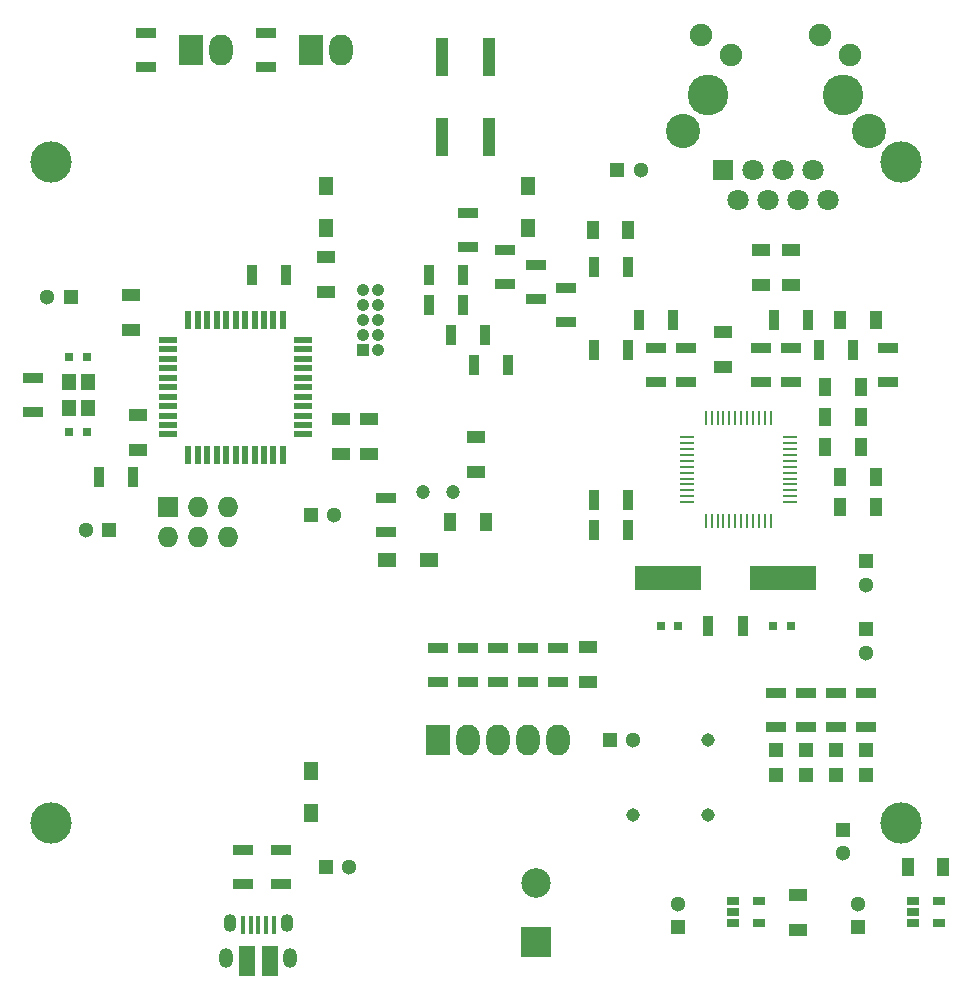
<source format=gbr>
G04 #@! TF.FileFunction,Soldermask,Bot*
%FSLAX46Y46*%
G04 Gerber Fmt 4.6, Leading zero omitted, Abs format (unit mm)*
G04 Created by KiCad (PCBNEW 4.0.4+dfsg1-stable) date Sun Aug 20 17:41:52 2017*
%MOMM*%
%LPD*%
G01*
G04 APERTURE LIST*
%ADD10C,0.100000*%
%ADD11R,5.600700X2.100580*%
%ADD12R,1.600000X1.000000*%
%ADD13R,1.700000X0.900000*%
%ADD14C,1.800000*%
%ADD15R,1.800000X1.800000*%
%ADD16C,2.900000*%
%ADD17C,1.900000*%
%ADD18C,3.450000*%
%ADD19R,1.300000X1.300000*%
%ADD20C,1.300000*%
%ADD21R,0.900000X1.700000*%
%ADD22R,0.800000X0.750000*%
%ADD23R,1.000000X1.600000*%
%ADD24R,2.000000X2.600000*%
%ADD25O,2.000000X2.600000*%
%ADD26R,1.198880X1.600200*%
%ADD27R,1.600200X1.198880*%
%ADD28R,0.400000X1.650000*%
%ADD29O,1.100000X1.500000*%
%ADD30O,1.200000X1.700000*%
%ADD31R,1.425000X2.500000*%
%ADD32R,1.727200X1.727200*%
%ADD33O,1.727200X1.727200*%
%ADD34R,1.050000X1.050000*%
%ADD35C,1.050000*%
%ADD36C,1.200000*%
%ADD37R,2.500000X2.500000*%
%ADD38C,2.500000*%
%ADD39R,0.550000X1.500000*%
%ADD40R,1.500000X0.550000*%
%ADD41R,0.250000X1.300000*%
%ADD42R,1.300000X0.250000*%
%ADD43R,1.060000X0.650000*%
%ADD44C,1.143000*%
%ADD45R,1.200000X1.400000*%
%ADD46R,1.198880X1.198880*%
%ADD47R,1.000000X3.200000*%
%ADD48C,3.500000*%
G04 APERTURE END LIST*
D10*
D11*
X173151140Y-108250000D03*
X182848860Y-108250000D03*
D12*
X145415000Y-94742000D03*
X145415000Y-97742000D03*
D13*
X161925000Y-81735000D03*
X161925000Y-84635000D03*
D14*
X186690000Y-76200000D03*
X185420000Y-73660000D03*
X184150000Y-76200000D03*
X182880000Y-73660000D03*
X181610000Y-76200000D03*
X180340000Y-73660000D03*
X179070000Y-76200000D03*
D15*
X177800000Y-73660000D03*
D16*
X174370000Y-70360000D03*
X190120000Y-70360000D03*
D17*
X188570000Y-63930000D03*
X175920000Y-62230000D03*
X178460000Y-63930000D03*
X186030000Y-62230000D03*
D18*
X187960000Y-67310000D03*
X176530000Y-67310000D03*
D19*
X144145000Y-132715000D03*
D20*
X146145000Y-132715000D03*
D21*
X124915000Y-99695000D03*
X127815000Y-99695000D03*
D22*
X122440000Y-89535000D03*
X123940000Y-89535000D03*
X123940000Y-95885000D03*
X122440000Y-95885000D03*
D19*
X142875000Y-102870000D03*
D20*
X144875000Y-102870000D03*
D19*
X125825000Y-104140000D03*
D20*
X123825000Y-104140000D03*
D12*
X128270000Y-97385000D03*
X128270000Y-94385000D03*
X144145000Y-81050000D03*
X144145000Y-84050000D03*
X127635000Y-87225000D03*
X127635000Y-84225000D03*
X147828000Y-94742000D03*
X147828000Y-97742000D03*
D19*
X122555000Y-84455000D03*
D20*
X120555000Y-84455000D03*
D12*
X166370000Y-117070000D03*
X166370000Y-114070000D03*
D19*
X168815000Y-73660000D03*
D20*
X170815000Y-73660000D03*
D12*
X177800000Y-90400000D03*
X177800000Y-87400000D03*
D23*
X186460000Y-92075000D03*
X189460000Y-92075000D03*
X186460000Y-94615000D03*
X189460000Y-94615000D03*
D19*
X189865000Y-112554000D03*
D20*
X189865000Y-114554000D03*
D23*
X186460000Y-97155000D03*
X189460000Y-97155000D03*
X187730000Y-99695000D03*
X190730000Y-99695000D03*
X190730000Y-102235000D03*
X187730000Y-102235000D03*
D19*
X189865000Y-106807000D03*
D20*
X189865000Y-108807000D03*
D22*
X183500000Y-112250000D03*
X182000000Y-112250000D03*
X172500000Y-112250000D03*
X174000000Y-112250000D03*
D23*
X169775000Y-78740000D03*
X166775000Y-78740000D03*
X187730000Y-86360000D03*
X190730000Y-86360000D03*
D12*
X183515000Y-80415000D03*
X183515000Y-83415000D03*
X180975000Y-80415000D03*
X180975000Y-83415000D03*
X156845000Y-99290000D03*
X156845000Y-96290000D03*
D23*
X157710000Y-103505000D03*
X154710000Y-103505000D03*
D19*
X168180000Y-121920000D03*
D20*
X170180000Y-121920000D03*
D19*
X173990000Y-137795000D03*
D20*
X173990000Y-135795000D03*
D12*
X184150000Y-135025000D03*
X184150000Y-138025000D03*
D19*
X189230000Y-137795000D03*
D20*
X189230000Y-135795000D03*
D23*
X193445000Y-132715000D03*
X196445000Y-132715000D03*
D19*
X187960000Y-129540000D03*
D20*
X187960000Y-131540000D03*
D24*
X132715000Y-63500000D03*
D25*
X135255000Y-63500000D03*
D24*
X142875000Y-63500000D03*
D25*
X145415000Y-63500000D03*
D26*
X144145000Y-75034140D03*
X144145000Y-78635860D03*
X142875000Y-128165860D03*
X142875000Y-124564140D03*
X161290000Y-75034140D03*
X161290000Y-78635860D03*
D27*
X149329140Y-106680000D03*
X152930860Y-106680000D03*
D28*
X139730000Y-137565000D03*
X139080000Y-137565000D03*
X138430900Y-137565000D03*
X137780000Y-137565000D03*
X137130000Y-137565000D03*
D29*
X140855000Y-137440000D03*
X136005000Y-137440000D03*
D30*
X141155000Y-140440000D03*
X135705000Y-140440000D03*
D31*
X139392500Y-140690000D03*
X137467500Y-140690000D03*
D32*
X130810000Y-102235000D03*
D33*
X130810000Y-104775000D03*
X133350000Y-102235000D03*
X133350000Y-104775000D03*
X135890000Y-102235000D03*
X135890000Y-104775000D03*
D34*
X147320000Y-88900000D03*
D35*
X147320000Y-87630000D03*
X147320000Y-86360000D03*
X147320000Y-85090000D03*
X147320000Y-83820000D03*
X148590000Y-87630000D03*
X148590000Y-86360000D03*
X148590000Y-85090000D03*
X148590000Y-83820000D03*
X148590000Y-88900000D03*
D36*
X152400000Y-100965000D03*
X154940000Y-100965000D03*
D24*
X153670000Y-121920000D03*
D25*
X156210000Y-121920000D03*
X158750000Y-121920000D03*
X161290000Y-121920000D03*
X163830000Y-121920000D03*
D37*
X161925000Y-139065000D03*
D38*
X161925000Y-134065000D03*
D13*
X137160000Y-131265000D03*
X137160000Y-134165000D03*
X140335000Y-131265000D03*
X140335000Y-134165000D03*
X119380000Y-91260000D03*
X119380000Y-94160000D03*
D21*
X137869000Y-82550000D03*
X140769000Y-82550000D03*
D13*
X128905000Y-62050000D03*
X128905000Y-64950000D03*
X139065000Y-62050000D03*
X139065000Y-64950000D03*
X163830000Y-117020000D03*
X163830000Y-114120000D03*
D21*
X166825000Y-101600000D03*
X169725000Y-101600000D03*
X166825000Y-104140000D03*
X169725000Y-104140000D03*
X179450000Y-112250000D03*
X176550000Y-112250000D03*
D13*
X191770000Y-88720000D03*
X191770000Y-91620000D03*
X159316000Y-80465000D03*
X159316000Y-83365000D03*
X174625000Y-88720000D03*
X174625000Y-91620000D03*
X183515000Y-88720000D03*
X183515000Y-91620000D03*
D21*
X156665000Y-90170000D03*
X159565000Y-90170000D03*
X154760000Y-87630000D03*
X157660000Y-87630000D03*
X152855000Y-85090000D03*
X155755000Y-85090000D03*
X152855000Y-82550000D03*
X155755000Y-82550000D03*
D13*
X156210000Y-77290000D03*
X156210000Y-80190000D03*
X164465000Y-83640000D03*
X164465000Y-86540000D03*
X172085000Y-88720000D03*
X172085000Y-91620000D03*
X180975000Y-88720000D03*
X180975000Y-91620000D03*
D21*
X173535000Y-86360000D03*
X170635000Y-86360000D03*
X169725000Y-88900000D03*
X166825000Y-88900000D03*
X169725000Y-81915000D03*
X166825000Y-81915000D03*
X188775000Y-88900000D03*
X185875000Y-88900000D03*
X184965000Y-86360000D03*
X182065000Y-86360000D03*
D13*
X149225000Y-101420000D03*
X149225000Y-104320000D03*
X161290000Y-114120000D03*
X161290000Y-117020000D03*
X158750000Y-117020000D03*
X158750000Y-114120000D03*
X156210000Y-114120000D03*
X156210000Y-117020000D03*
X153670000Y-117020000D03*
X153670000Y-114120000D03*
D39*
X140525000Y-97775000D03*
X139725000Y-97775000D03*
X138925000Y-97775000D03*
X138125000Y-97775000D03*
X137325000Y-97775000D03*
X136525000Y-97775000D03*
X135725000Y-97775000D03*
X134925000Y-97775000D03*
X134125000Y-97775000D03*
X133325000Y-97775000D03*
X132525000Y-97775000D03*
D40*
X130825000Y-96075000D03*
X130825000Y-95275000D03*
X130825000Y-94475000D03*
X130825000Y-93675000D03*
X130825000Y-92875000D03*
X130825000Y-92075000D03*
X130825000Y-91275000D03*
X130825000Y-90475000D03*
X130825000Y-89675000D03*
X130825000Y-88875000D03*
X130825000Y-88075000D03*
D39*
X132525000Y-86375000D03*
X133325000Y-86375000D03*
X134125000Y-86375000D03*
X134925000Y-86375000D03*
X135725000Y-86375000D03*
X136525000Y-86375000D03*
X137325000Y-86375000D03*
X138125000Y-86375000D03*
X138925000Y-86375000D03*
X139725000Y-86375000D03*
X140525000Y-86375000D03*
D40*
X142225000Y-88075000D03*
X142225000Y-88875000D03*
X142225000Y-89675000D03*
X142225000Y-90475000D03*
X142225000Y-91275000D03*
X142225000Y-92075000D03*
X142225000Y-92875000D03*
X142225000Y-93675000D03*
X142225000Y-94475000D03*
X142225000Y-95275000D03*
X142225000Y-96075000D03*
D41*
X176320000Y-94710000D03*
X176820000Y-94710000D03*
X177320000Y-94710000D03*
X177820000Y-94710000D03*
X178320000Y-94710000D03*
X178820000Y-94710000D03*
X179320000Y-94710000D03*
X179820000Y-94710000D03*
X180320000Y-94710000D03*
X180820000Y-94710000D03*
X181320000Y-94710000D03*
X181820000Y-94710000D03*
D42*
X183420000Y-96310000D03*
X183420000Y-96810000D03*
X183420000Y-97310000D03*
X183420000Y-97810000D03*
X183420000Y-98310000D03*
X183420000Y-98810000D03*
X183420000Y-99310000D03*
X183420000Y-99810000D03*
X183420000Y-100310000D03*
X183420000Y-100810000D03*
X183420000Y-101310000D03*
X183420000Y-101810000D03*
D41*
X181820000Y-103410000D03*
X181320000Y-103410000D03*
X180820000Y-103410000D03*
X180320000Y-103410000D03*
X179820000Y-103410000D03*
X179320000Y-103410000D03*
X178820000Y-103410000D03*
X178320000Y-103410000D03*
X177820000Y-103410000D03*
X177320000Y-103410000D03*
X176820000Y-103410000D03*
X176320000Y-103410000D03*
D42*
X174720000Y-101810000D03*
X174720000Y-101310000D03*
X174720000Y-100810000D03*
X174720000Y-100310000D03*
X174720000Y-99810000D03*
X174720000Y-99310000D03*
X174720000Y-98810000D03*
X174720000Y-98310000D03*
X174720000Y-97810000D03*
X174720000Y-97310000D03*
X174720000Y-96810000D03*
X174720000Y-96310000D03*
D43*
X178605000Y-137475000D03*
X178605000Y-136525000D03*
X178605000Y-135575000D03*
X180805000Y-135575000D03*
X180805000Y-137475000D03*
X193845000Y-137475000D03*
X193845000Y-136525000D03*
X193845000Y-135575000D03*
X196045000Y-135575000D03*
X196045000Y-137475000D03*
D44*
X170180000Y-128270000D03*
X176500000Y-121920000D03*
X176530000Y-128270000D03*
D45*
X123990000Y-91610000D03*
X123990000Y-93810000D03*
X122390000Y-91610000D03*
X122390000Y-93810000D03*
D46*
X184785000Y-124874020D03*
X184785000Y-122775980D03*
X189865000Y-124874020D03*
X189865000Y-122775980D03*
X187325000Y-124874020D03*
X187325000Y-122775980D03*
X182245000Y-124874020D03*
X182245000Y-122775980D03*
D13*
X184785000Y-120830000D03*
X184785000Y-117930000D03*
X189865000Y-120830000D03*
X189865000Y-117930000D03*
X187325000Y-120830000D03*
X187325000Y-117930000D03*
X182245000Y-120830000D03*
X182245000Y-117930000D03*
D47*
X154000000Y-70900000D03*
X154000000Y-64100000D03*
X158000000Y-64100000D03*
X158000000Y-70900000D03*
D48*
X120845000Y-72965000D03*
X192845000Y-72965000D03*
X192845000Y-128965000D03*
X120845000Y-128965000D03*
M02*

</source>
